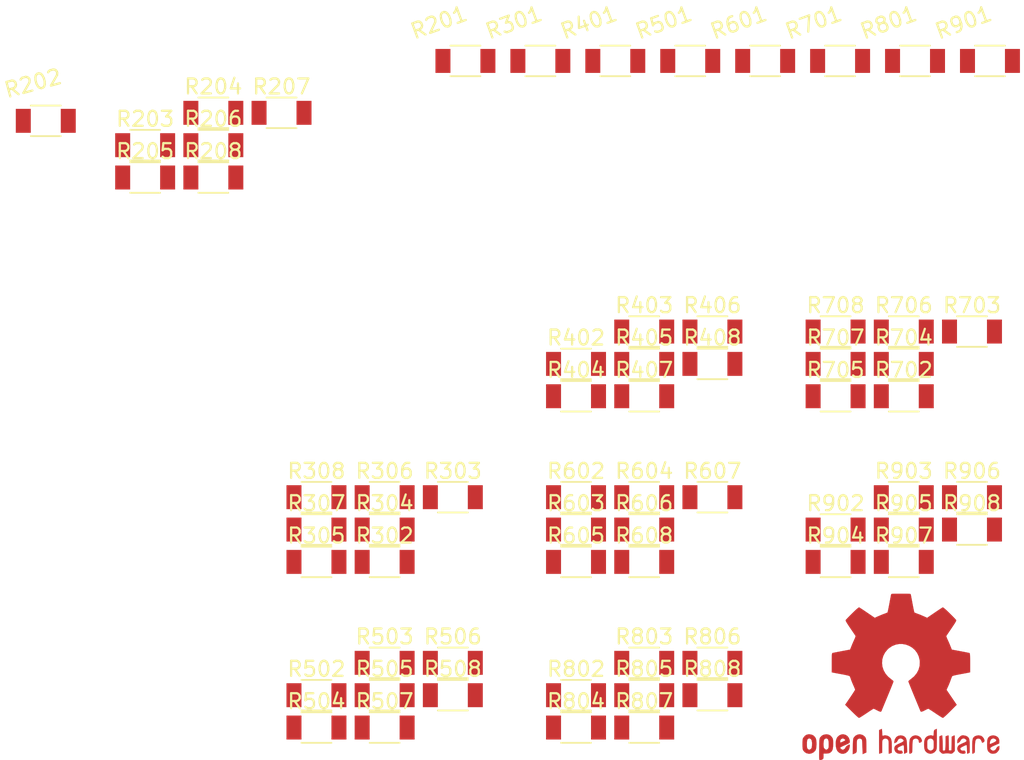
<source format=kicad_pcb>
(kicad_pcb (version 20211014) (generator pcbnew)
  (layers (0 "F.Cu" signal) (31 "B.Cu" signal) (34 "B.Paste" user) (35 "F.Paste" user) (36 "B.SilkS" user "B.Silkscreen") (37 "F.SilkS" user "F.Silkscreen") (38 "B.Mask" user) (39 "F.Mask" user) (44 "Edge.Cuts" user))
  (net 0 "")
  (footprint "Passives:R1206M" (layer "F.Cu") (at 100 30)
    (fp_text reference "R801" (at -1.768 -2.568 20 unlocked) (layer "F.SilkS"))
    (fp_text value "1k" hide)
    (pad "1" smd rect locked (at -1.5 0) (size 1 1.6) (layers "F.Cu" "F.Paste" "F.Mask"))
    (pad "2" smd rect locked (at 1.5 0) (size 1 1.6) (layers "F.Cu" "F.Paste" "F.Mask"))
  )
  (footprint "Passives:R1206M" (layer "F.Cu") (at 77.380001 59.130001)
    (fp_text reference "R602" (at 0 -1.75) (layer "F.SilkS"))
    (fp_text value "1k" hide)
    (pad "1" smd rect locked (at -1.5 0) (size 1 1.6) (layers "F.Cu" "F.Paste" "F.Mask"))
    (pad "2" smd rect locked (at 1.5 0) (size 1 1.6) (layers "F.Cu" "F.Paste" "F.Mask"))
  )
  (footprint "Passives:R1206M" (layer "F.Cu") (at 77.380001 61.290001)
    (fp_text reference "R603" (at 0 -1.75) (layer "F.SilkS"))
    (fp_text value "1k" hide)
    (pad "1" smd rect locked (at -1.5 0) (size 1 1.6) (layers "F.Cu" "F.Paste" "F.Mask"))
    (pad "2" smd rect locked (at 1.5 0) (size 1 1.6) (layers "F.Cu" "F.Paste" "F.Mask"))
  )
  (footprint "Passives:R1206M" (layer "F.Cu") (at 81.930001 59.130001)
    (fp_text reference "R604" (at 0 -1.75) (layer "F.SilkS"))
    (fp_text value "1k" hide)
    (pad "1" smd rect locked (at -1.5 0) (size 1 1.6) (layers "F.Cu" "F.Paste" "F.Mask"))
    (pad "2" smd rect locked (at 1.5 0) (size 1 1.6) (layers "F.Cu" "F.Paste" "F.Mask"))
  )
  (footprint "Passives:R1206M" (layer "F.Cu") (at 77.380001 63.450001)
    (fp_text reference "R605" (at 0 -1.75) (layer "F.SilkS"))
    (fp_text value "1k" hide)
    (pad "1" smd rect locked (at -1.5 0) (size 1 1.6) (layers "F.Cu" "F.Paste" "F.Mask"))
    (pad "2" smd rect locked (at 1.5 0) (size 1 1.6) (layers "F.Cu" "F.Paste" "F.Mask"))
  )
  (footprint "Passives:R1206M" (layer "F.Cu") (at 81.930001 61.290001)
    (fp_text reference "R606" (at 0 -1.75) (layer "F.SilkS"))
    (fp_text value "1k" hide)
    (pad "1" smd rect locked (at -1.5 0) (size 1 1.6) (layers "F.Cu" "F.Paste" "F.Mask"))
    (pad "2" smd rect locked (at 1.5 0) (size 1 1.6) (layers "F.Cu" "F.Paste" "F.Mask"))
  )
  (footprint "Passives:R1206M" (layer "F.Cu") (at 86.480001 59.130001)
    (fp_text reference "R607" (at 0 -1.75) (layer "F.SilkS"))
    (fp_text value "1k" hide)
    (pad "1" smd rect locked (at -1.5 0) (size 1 1.6) (layers "F.Cu" "F.Paste" "F.Mask"))
    (pad "2" smd rect locked (at 1.5 0) (size 1 1.6) (layers "F.Cu" "F.Paste" "F.Mask"))
  )
  (footprint "Passives:R1206M" (layer "F.Cu") (at 81.930001 63.450001)
    (fp_text reference "R608" (at 0 -1.75) (layer "F.SilkS"))
    (fp_text value "1k" hide)
    (pad "1" smd rect locked (at -1.5 0) (size 1 1.6) (layers "F.Cu" "F.Paste" "F.Mask"))
    (pad "2" smd rect locked (at 1.5 0) (size 1 1.6) (layers "F.Cu" "F.Paste" "F.Mask"))
  )
  (footprint "Passives:R1206M" (layer "F.Cu") (at 95 30)
    (fp_text reference "R701" (at -1.768 -2.568 20 unlocked) (layer "F.SilkS"))
    (fp_text value "1k" hide)
    (pad "1" smd rect locked (at -1.5 0) (size 1 1.6) (layers "F.Cu" "F.Paste" "F.Mask"))
    (pad "2" smd rect locked (at 1.5 0) (size 1 1.6) (layers "F.Cu" "F.Paste" "F.Mask"))
  )
  (footprint "Passives:R1206M" (layer "F.Cu") (at 99.250001 52.390001)
    (fp_text reference "R702" (at 0 -1.75) (layer "F.SilkS"))
    (fp_text value "1k" hide)
    (pad "1" smd rect locked (at -1.5 0) (size 1 1.6) (layers "F.Cu" "F.Paste" "F.Mask"))
    (pad "2" smd rect locked (at 1.5 0) (size 1 1.6) (layers "F.Cu" "F.Paste" "F.Mask"))
  )
  (footprint "Passives:R1206M" (layer "F.Cu") (at 103.800001 48.070001)
    (fp_text reference "R703" (at 0 -1.75) (layer "F.SilkS"))
    (fp_text value "1k" hide)
    (pad "1" smd rect locked (at -1.5 0) (size 1 1.6) (layers "F.Cu" "F.Paste" "F.Mask"))
    (pad "2" smd rect locked (at 1.5 0) (size 1 1.6) (layers "F.Cu" "F.Paste" "F.Mask"))
  )
  (footprint "Passives:R1206M" (layer "F.Cu") (at 99.250001 50.230001)
    (fp_text reference "R704" (at 0 -1.75) (layer "F.SilkS"))
    (fp_text value "1k" hide)
    (pad "1" smd rect locked (at -1.5 0) (size 1 1.6) (layers "F.Cu" "F.Paste" "F.Mask"))
    (pad "2" smd rect locked (at 1.5 0) (size 1 1.6) (layers "F.Cu" "F.Paste" "F.Mask"))
  )
  (footprint "Passives:R1206M" (layer "F.Cu") (at 94.700001 52.390001)
    (fp_text reference "R705" (at 0 -1.75) (layer "F.SilkS"))
    (fp_text value "1k" hide)
    (pad "1" smd rect locked (at -1.5 0) (size 1 1.6) (layers "F.Cu" "F.Paste" "F.Mask"))
    (pad "2" smd rect locked (at 1.5 0) (size 1 1.6) (layers "F.Cu" "F.Paste" "F.Mask"))
  )
  (footprint "Passives:R1206M" (layer "F.Cu") (at 99.250001 48.070001)
    (fp_text reference "R706" (at 0 -1.75) (layer "F.SilkS"))
    (fp_text value "1k" hide)
    (pad "1" smd rect locked (at -1.5 0) (size 1 1.6) (layers "F.Cu" "F.Paste" "F.Mask"))
    (pad "2" smd rect locked (at 1.5 0) (size 1 1.6) (layers "F.Cu" "F.Paste" "F.Mask"))
  )
  (footprint "Passives:R1206M" (layer "F.Cu") (at 94.700001 50.230001)
    (fp_text reference "R707" (at 0 -1.75) (layer "F.SilkS"))
    (fp_text value "1k" hide)
    (pad "1" smd rect locked (at -1.5 0) (size 1 1.6) (layers "F.Cu" "F.Paste" "F.Mask"))
    (pad "2" smd rect locked (at 1.5 0) (size 1 1.6) (layers "F.Cu" "F.Paste" "F.Mask"))
  )
  (footprint "Passives:R1206M" (layer "F.Cu") (at 94.700001 48.070001)
    (fp_text reference "R708" (at 0 -1.75) (layer "F.SilkS"))
    (fp_text value "1k" hide)
    (pad "1" smd rect locked (at -1.5 0) (size 1 1.6) (layers "F.Cu" "F.Paste" "F.Mask"))
    (pad "2" smd rect locked (at 1.5 0) (size 1 1.6) (layers "F.Cu" "F.Paste" "F.Mask"))
  )
  (footprint "Passives:R1206M" (layer "F.Cu") (at 90 30)
    (fp_text reference "R601" (at -1.768 -2.568 20 unlocked) (layer "F.SilkS"))
    (fp_text value "1k" hide)
    (pad "1" smd rect locked (at -1.5 0) (size 1 1.6) (layers "F.Cu" "F.Paste" "F.Mask"))
    (pad "2" smd rect locked (at 1.5 0) (size 1 1.6) (layers "F.Cu" "F.Paste" "F.Mask"))
  )
  (footprint "Passives:R1206M" (layer "F.Cu") (at 77.380001 72.350001)
    (fp_text reference "R802" (at 0 -1.75) (layer "F.SilkS"))
    (fp_text value "1k" hide)
    (pad "1" smd rect locked (at -1.5 0) (size 1 1.6) (layers "F.Cu" "F.Paste" "F.Mask"))
    (pad "2" smd rect locked (at 1.5 0) (size 1 1.6) (layers "F.Cu" "F.Paste" "F.Mask"))
  )
  (footprint "Passives:R1206M" (layer "F.Cu") (at 81.930001 70.190001)
    (fp_text reference "R803" (at 0 -1.75) (layer "F.SilkS"))
    (fp_text value "1k" hide)
    (pad "1" smd rect locked (at -1.5 0) (size 1 1.6) (layers "F.Cu" "F.Paste" "F.Mask"))
    (pad "2" smd rect locked (at 1.5 0) (size 1 1.6) (layers "F.Cu" "F.Paste" "F.Mask"))
  )
  (footprint "Passives:R1206M" (layer "F.Cu") (at 77.380001 74.510001)
    (fp_text reference "R804" (at 0 -1.75) (layer "F.SilkS"))
    (fp_text value "1k" hide)
    (pad "1" smd rect locked (at -1.5 0) (size 1 1.6) (layers "F.Cu" "F.Paste" "F.Mask"))
    (pad "2" smd rect locked (at 1.5 0) (size 1 1.6) (layers "F.Cu" "F.Paste" "F.Mask"))
  )
  (footprint "Passives:R1206M" (layer "F.Cu") (at 81.930001 72.350001)
    (fp_text reference "R805" (at 0 -1.75) (layer "F.SilkS"))
    (fp_text value "1k" hide)
    (pad "1" smd rect locked (at -1.5 0) (size 1 1.6) (layers "F.Cu" "F.Paste" "F.Mask"))
    (pad "2" smd rect locked (at 1.5 0) (size 1 1.6) (layers "F.Cu" "F.Paste" "F.Mask"))
  )
  (footprint "Passives:R1206M" (layer "F.Cu") (at 86.480001 70.190001)
    (fp_text reference "R806" (at 0 -1.75) (layer "F.SilkS"))
    (fp_text value "1k" hide)
    (pad "1" smd rect locked (at -1.5 0) (size 1 1.6) (layers "F.Cu" "F.Paste" "F.Mask"))
    (pad "2" smd rect locked (at 1.5 0) (size 1 1.6) (layers "F.Cu" "F.Paste" "F.Mask"))
  )
  (footprint "Passives:R1206M" (layer "F.Cu") (at 81.930001 74.510001)
    (fp_text reference "R807" (at 0 -1.75) (layer "F.SilkS"))
    (fp_text value "1k" hide)
    (pad "1" smd rect locked (at -1.5 0) (size 1 1.6) (layers "F.Cu" "F.Paste" "F.Mask"))
    (pad "2" smd rect locked (at 1.5 0) (size 1 1.6) (layers "F.Cu" "F.Paste" "F.Mask"))
  )
  (footprint "Passives:R1206M" (layer "F.Cu") (at 86.480001 72.350001)
    (fp_text reference "R808" (at 0 -1.75) (layer "F.SilkS"))
    (fp_text value "1k" hide)
    (pad "1" smd rect locked (at -1.5 0) (size 1 1.6) (layers "F.Cu" "F.Paste" "F.Mask"))
    (pad "2" smd rect locked (at 1.5 0) (size 1 1.6) (layers "F.Cu" "F.Paste" "F.Mask"))
  )
  (footprint "Passives:R1206M" (layer "F.Cu") (at 105 30)
    (fp_text reference "R901" (at -1.768 -2.568 20 unlocked) (layer "F.SilkS"))
    (fp_text value "1k" hide)
    (pad "1" smd rect locked (at -1.5 0) (size 1 1.6) (layers "F.Cu" "F.Paste" "F.Mask"))
    (pad "2" smd rect locked (at 1.5 0) (size 1 1.6) (layers "F.Cu" "F.Paste" "F.Mask"))
  )
  (footprint "Passives:R1206M" (layer "F.Cu") (at 94.700001 61.290001)
    (fp_text reference "R902" (at 0 -1.75) (layer "F.SilkS"))
    (fp_text value "1k" hide)
    (pad "1" smd rect locked (at -1.5 0) (size 1 1.6) (layers "F.Cu" "F.Paste" "F.Mask"))
    (pad "2" smd rect locked (at 1.5 0) (size 1 1.6) (layers "F.Cu" "F.Paste" "F.Mask"))
  )
  (footprint "Passives:R1206M" (layer "F.Cu") (at 99.250001 59.130001)
    (fp_text reference "R903" (at 0 -1.75) (layer "F.SilkS"))
    (fp_text value "1k" hide)
    (pad "1" smd rect locked (at -1.5 0) (size 1 1.6) (layers "F.Cu" "F.Paste" "F.Mask"))
    (pad "2" smd rect locked (at 1.5 0) (size 1 1.6) (layers "F.Cu" "F.Paste" "F.Mask"))
  )
  (footprint "Passives:R1206M" (layer "F.Cu") (at 94.700001 63.450001)
    (fp_text reference "R904" (at 0 -1.75) (layer "F.SilkS"))
    (fp_text value "1k" hide)
    (pad "1" smd rect locked (at -1.5 0) (size 1 1.6) (layers "F.Cu" "F.Paste" "F.Mask"))
    (pad "2" smd rect locked (at 1.5 0) (size 1 1.6) (layers "F.Cu" "F.Paste" "F.Mask"))
  )
  (footprint "Passives:R1206M" (layer "F.Cu") (at 99.250001 61.290001)
    (fp_text reference "R905" (at 0 -1.75) (layer "F.SilkS"))
    (fp_text value "1k" hide)
    (pad "1" smd rect locked (at -1.5 0) (size 1 1.6) (layers "F.Cu" "F.Paste" "F.Mask"))
    (pad "2" smd rect locked (at 1.5 0) (size 1 1.6) (layers "F.Cu" "F.Paste" "F.Mask"))
  )
  (footprint "Passives:R1206M" (layer "F.Cu") (at 103.800001 59.130001)
    (fp_text reference "R906" (at 0 -1.75) (layer "F.SilkS"))
    (fp_text value "1k" hide)
    (pad "1" smd rect locked (at -1.5 0) (size 1 1.6) (layers "F.Cu" "F.Paste" "F.Mask"))
    (pad "2" smd rect locked (at 1.5 0) (size 1 1.6) (layers "F.Cu" "F.Paste" "F.Mask"))
  )
  (footprint "Passives:R1206M" (layer "F.Cu") (at 99.250001 63.450001)
    (fp_text reference "R907" (at 0 -1.75) (layer "F.SilkS"))
    (fp_text value "1k" hide)
    (pad "1" smd rect locked (at -1.5 0) (size 1 1.6) (layers "F.Cu" "F.Paste" "F.Mask"))
    (pad "2" smd rect locked (at 1.5 0) (size 1 1.6) (layers "F.Cu" "F.Paste" "F.Mask"))
  )
  (footprint "Passives:R1206M" (layer "F.Cu") (at 103.800001 61.290001)
    (fp_text reference "R908" (at 0 -1.75) (layer "F.SilkS"))
    (fp_text value "1k" hide)
    (pad "1" smd rect locked (at -1.5 0) (size 1 1.6) (layers "F.Cu" "F.Paste" "F.Mask"))
    (pad "2" smd rect locked (at 1.5 0) (size 1 1.6) (layers "F.Cu" "F.Paste" "F.Mask"))
  )
  (footprint "Passives:R1206M" (layer "F.Cu") (at 80 30)
    (fp_text reference "R401" (at -1.768 -2.568 20 unlocked) (layer "F.SilkS"))
    (fp_text value "1k" hide)
    (pad "1" smd rect locked (at -1.5 0) (size 1 1.6) (layers "F.Cu" "F.Paste" "F.Mask"))
    (pad "2" smd rect locked (at 1.5 0) (size 1 1.6) (layers "F.Cu" "F.Paste" "F.Mask"))
  )
  (footprint "Passives:R1206M" (layer "F.Cu") (at 42 34)
    (fp_text reference "R202" (at -0.852 -2.504 15 unlocked) (layer "F.SilkS"))
    (fp_text value "1k" hide)
    (pad "1" smd rect locked (at -1.5 0) (size 1 1.6) (layers "F.Cu" "F.Paste" "F.Mask"))
    (pad "2" smd rect locked (at 1.5 0) (size 1 1.6) (layers "F.Cu" "F.Paste" "F.Mask"))
  )
  (footprint "Passives:R1206M" (layer "F.Cu") (at 48.630001 35.625001)
    (fp_text reference "R203" (at 0 -1.75) (layer "F.SilkS"))
    (fp_text value "1k" hide)
    (pad "1" smd rect locked (at -1.5 0) (size 1 1.6) (layers "F.Cu" "F.Paste" "F.Mask"))
    (pad "2" smd rect locked (at 1.5 0) (size 1 1.6) (layers "F.Cu" "F.Paste" "F.Mask"))
  )
  (footprint "Passives:R1206M" (layer "F.Cu") (at 53.180001 33.465001)
    (fp_text reference "R204" (at 0 -1.75) (layer "F.SilkS"))
    (fp_text value "1k" hide)
    (pad "1" smd rect locked (at -1.5 0) (size 1 1.6) (layers "F.Cu" "F.Paste" "F.Mask"))
    (pad "2" smd rect locked (at 1.5 0) (size 1 1.6) (layers "F.Cu" "F.Paste" "F.Mask"))
  )
  (footprint "Passives:R1206M" (layer "F.Cu") (at 48.630001 37.785001)
    (fp_text reference "R205" (at 0 -1.75) (layer "F.SilkS"))
    (fp_text value "1k" hide)
    (pad "1" smd rect locked (at -1.5 0) (size 1 1.6) (layers "F.Cu" "F.Paste" "F.Mask"))
    (pad "2" smd rect locked (at 1.5 0) (size 1 1.6) (layers "F.Cu" "F.Paste" "F.Mask"))
  )
  (footprint "Passives:R1206M" (layer "F.Cu") (at 53.180001 35.625001)
    (fp_text reference "R206" (at 0 -1.75) (layer "F.SilkS"))
    (fp_text value "1k" hide)
    (pad "1" smd rect locked (at -1.5 0) (size 1 1.6) (layers "F.Cu" "F.Paste" "F.Mask"))
    (pad "2" smd rect locked (at 1.5 0) (size 1 1.6) (layers "F.Cu" "F.Paste" "F.Mask"))
  )
  (footprint "Passives:R1206M" (layer "F.Cu") (at 57.730001 33.465001)
    (fp_text reference "R207" (at 0 -1.75) (layer "F.SilkS"))
    (fp_text value "1k" hide)
    (pad "1" smd rect locked (at -1.5 0) (size 1 1.6) (layers "F.Cu" "F.Paste" "F.Mask"))
    (pad "2" smd rect locked (at 1.5 0) (size 1 1.6) (layers "F.Cu" "F.Paste" "F.Mask"))
  )
  (footprint "Passives:R1206M" (layer "F.Cu") (at 53.180001 37.785001)
    (fp_text reference "R208" (at 0 -1.75) (layer "F.SilkS"))
    (fp_text value "1k" hide)
    (pad "1" smd rect locked (at -1.5 0) (size 1 1.6) (layers "F.Cu" "F.Paste" "F.Mask"))
    (pad "2" smd rect locked (at 1.5 0) (size 1 1.6) (layers "F.Cu" "F.Paste" "F.Mask"))
  )
  (footprint "Passives:R1206M" (layer "F.Cu") (at 75 30)
    (fp_text reference "R301" (at -1.768 -2.568 20 unlocked) (layer "F.SilkS"))
    (fp_text value "1k" hide)
    (pad "1" smd rect locked (at -1.5 0) (size 1 1.6) (layers "F.Cu" "F.Paste" "F.Mask"))
    (pad "2" smd rect locked (at 1.5 0) (size 1 1.6) (layers "F.Cu" "F.Paste" "F.Mask"))
  )
  (footprint "Passives:R1206M" (layer "F.Cu") (at 64.610001 63.450001)
    (fp_text reference "R302" (at 0 -1.75) (layer "F.SilkS"))
    (fp_text value "1k" hide)
    (pad "1" smd rect locked (at -1.5 0) (size 1 1.6) (layers "F.Cu" "F.Paste" "F.Mask"))
    (pad "2" smd rect locked (at 1.5 0) (size 1 1.6) (layers "F.Cu" "F.Paste" "F.Mask"))
  )
  (footprint "Passives:R1206M" (layer "F.Cu") (at 69.160001 59.130001)
    (fp_text reference "R303" (at 0 -1.75) (layer "F.SilkS"))
    (fp_text value "1k" hide)
    (pad "1" smd rect locked (at -1.5 0) (size 1 1.6) (layers "F.Cu" "F.Paste" "F.Mask"))
    (pad "2" smd rect locked (at 1.5 0) (size 1 1.6) (layers "F.Cu" "F.Paste" "F.Mask"))
  )
  (footprint "Passives:R1206M" (layer "F.Cu") (at 64.610001 61.290001)
    (fp_text reference "R304" (at 0 -1.75) (layer "F.SilkS"))
    (fp_text value "1k" hide)
    (pad "1" smd rect locked (at -1.5 0) (size 1 1.6) (layers "F.Cu" "F.Paste" "F.Mask"))
    (pad "2" smd rect locked (at 1.5 0) (size 1 1.6) (layers "F.Cu" "F.Paste" "F.Mask"))
  )
  (footprint "Passives:R1206M" (layer "F.Cu") (at 60.060001 63.450001)
    (fp_text reference "R305" (at 0 -1.75) (layer "F.SilkS"))
    (fp_text value "1k" hide)
    (pad "1" smd rect locked (at -1.5 0) (size 1 1.6) (layers "F.Cu" "F.Paste" "F.Mask"))
    (pad "2" smd rect locked (at 1.5 0) (size 1 1.6) (layers "F.Cu" "F.Paste" "F.Mask"))
  )
  (footprint "Passives:R1206M" (layer "F.Cu") (at 64.610001 59.130001)
    (fp_text reference "R306" (at 0 -1.75) (layer "F.SilkS"))
    (fp_text value "1k" hide)
    (pad "1" smd rect locked (at -1.5 0) (size 1 1.6) (layers "F.Cu" "F.Paste" "F.Mask"))
    (pad "2" smd rect locked (at 1.5 0) (size 1 1.6) (layers "F.Cu" "F.Paste" "F.Mask"))
  )
  (footprint "Passives:R1206M" (layer "F.Cu") (at 60.060001 61.290001)
    (fp_text reference "R307" (at 0 -1.75) (layer "F.SilkS"))
    (fp_text value "1k" hide)
    (pad "1" smd rect locked (at -1.5 0) (size 1 1.6) (layers "F.Cu" "F.Paste" "F.Mask"))
    (pad "2" smd rect locked (at 1.5 0) (size 1 1.6) (layers "F.Cu" "F.Paste" "F.Mask"))
  )
  (footprint "Passives:R1206M" (layer "F.Cu") (at 60.060001 59.130001)
    (fp_text reference "R308" (at 0 -1.75) (layer "F.SilkS"))
    (fp_text value "1k" hide)
    (pad "1" smd rect locked (at -1.5 0) (size 1 1.6) (layers "F.Cu" "F.Paste" "F.Mask"))
    (pad "2" smd rect locked (at 1.5 0) (size 1 1.6) (layers "F.Cu" "F.Paste" "F.Mask"))
  )
  (footprint "Passives:R1206M" (layer "F.Cu") (at 70 30)
    (fp_text reference "R201" (at -1.768 -2.568 20 unlocked) (layer "F.SilkS"))
    (fp_text value "1k" hide)
    (pad "1" smd rect locked (at -1.5 0) (size 1 1.6) (layers "F.Cu" "F.Paste" "F.Mask"))
    (pad "2" smd rect locked (at 1.5 0) (size 1 1.6) (layers "F.Cu" "F.Paste" "F.Mask"))
  )
  (footprint "Passives:R1206M" (layer "F.Cu") (at 77.380001 50.230001)
    (fp_text reference "R402" (at 0 -1.75) (layer "F.SilkS"))
    (fp_text value "1k" hide)
    (pad "1" smd rect locked (at -1.5 0) (size 1 1.6) (layers "F.Cu" "F.Paste" "F.Mask"))
    (pad "2" smd rect locked (at 1.5 0) (size 1 1.6) (layers "F.Cu" "F.Paste" "F.Mask"))
  )
  (footprint "Passives:R1206M" (layer "F.Cu") (at 81.930001 48.070001)
    (fp_text reference "R403" (at 0 -1.75) (layer "F.SilkS"))
    (fp_text value "1k" hide)
    (pad "1" smd rect locked (at -1.5 0) (size 1 1.6) (layers "F.Cu" "F.Paste" "F.Mask"))
    (pad "2" smd rect locked (at 1.5 0) (size 1 1.6) (layers "F.Cu" "F.Paste" "F.Mask"))
  )
  (footprint "Passives:R1206M" (layer "F.Cu") (at 77.380001 52.390001)
    (fp_text reference "R404" (at 0 -1.75) (layer "F.SilkS"))
    (fp_text value "1k" hide)
    (pad "1" smd rect locked (at -1.5 0) (size 1 1.6) (layers "F.Cu" "F.Paste" "F.Mask"))
    (pad "2" smd rect locked (at 1.5 0) (size 1 1.6) (layers "F.Cu" "F.Paste" "F.Mask"))
  )
  (footprint "Passives:R1206M" (layer "F.Cu") (at 81.930001 50.230001)
    (fp_text reference "R405" (at 0 -1.75) (layer "F.SilkS"))
    (fp_text value "1k" hide)
    (pad "1" smd rect locked (at -1.5 0) (size 1 1.6) (layers "F.Cu" "F.Paste" "F.Mask"))
    (pad "2" smd rect locked (at 1.5 0) (size 1 1.6) (layers "F.Cu" "F.Paste" "F.Mask"))
  )
  (footprint "Passives:R1206M" (layer "F.Cu") (at 86.480001 48.070001)
    (fp_text reference "R406" (at 0 -1.75) (layer "F.SilkS"))
    (fp_text value "1k" hide)
    (pad "1" smd rect locked (at -1.5 0) (size 1 1.6) (layers "F.Cu" "F.Paste" "F.Mask"))
    (pad "2" smd rect locked (at 1.5 0) (size 1 1.6) (layers "F.Cu" "F.Paste" "F.Mask"))
  )
  (footprint "Passives:R1206M" (layer "F.Cu") (at 81.930001 52.390001)
    (fp_text reference "R407" (at 0 -1.75) (layer "F.SilkS"))
    (fp_text value "1k" hide)
    (pad "1" smd rect locked (at -1.5 0) (size 1 1.6) (layers "F.Cu" "F.Paste" "F.Mask"))
    (pad "2" smd rect locked (at 1.5 0) (size 1 1.6) (layers "F.Cu" "F.Paste" "F.Mask"))
  )
  (footprint "Passives:R1206M" (layer "F.Cu") (at 86.480001 50.230001)
    (fp_text reference "R408" (at 0 -1.75) (layer "F.SilkS"))
    (fp_text value "1k" hide)
    (pad "1" smd rect locked (at -1.5 0) (size 1 1.6) (layers "F.Cu" "F.Paste" "F.Mask"))
    (pad "2" smd rect locked (at 1.5 0) (size 1 1.6) (layers "F.Cu" "F.Paste" "F.Mask"))
  )
  (footprint "Passives:R1206M" (layer "F.Cu") (at 85 30)
    (fp_text reference "R501" (at -1.768 -2.568 20 unlocked) (layer "F.SilkS"))
    (fp_text value "1k" hide)
    (pad "1" smd rect locked (at -1.5 0) (size 1 1.6) (layers "F.Cu" "F.Paste" "F.Mask"))
    (pad "2" smd rect locked (at 1.5 0) (size 1 1.6) (layers "F.Cu" "F.Paste" "F.Mask"))
  )
  (footprint "Passives:R1206M" (layer "F.Cu") (at 60.060001 72.350001)
    (fp_text reference "R502" (at 0 -1.75) (layer "F.SilkS"))
    (fp_text value "1k" hide)
    (pad "1" smd rect locked (at -1.5 0) (size 1 1.6) (layers "F.Cu" "F.Paste" "F.Mask"))
    (pad "2" smd rect locked (at 1.5 0) (size 1 1.6) (layers "F.Cu" "F.Paste" "F.Mask"))
  )
  (footprint "Passives:R1206M" (layer "F.Cu") (at 64.610001 70.190001)
    (fp_text reference "R503" (at 0 -1.75) (layer "F.SilkS"))
    (fp_text value "1k" hide)
    (pad "1" smd rect locked (at -1.5 0) (size 1 1.6) (layers "F.Cu" "F.Paste" "F.Mask"))
    (pad "2" smd rect locked (at 1.5 0) (size 1 1.6) (layers "F.Cu" "F.Paste" "F.Mask"))
  )
  (footprint "Passives:R1206M" (layer "F.Cu") (at 60.060001 74.510001)
    (fp_text reference "R504" (at 0 -1.75) (layer "F.SilkS"))
    (fp_text value "1k" hide)
    (pad "1" smd rect locked (at -1.5 0) (size 1 1.6) (layers "F.Cu" "F.Paste" "F.Mask"))
    (pad "2" smd rect locked (at 1.5 0) (size 1 1.6) (layers "F.Cu" "F.Paste" "F.Mask"))
  )
  (footprint "Passives:R1206M" (layer "F.Cu") (at 64.610001 72.350001)
    (fp_text reference "R505" (at 0 -1.75) (layer "F.SilkS"))
    (fp_text value "1k" hide)
    (pad "1" smd rect locked (at -1.5 0) (size 1 1.6) (layers "F.Cu" "F.Paste" "F.Mask"))
    (pad "2" smd rect locked (at 1.5 0) (size 1 1.6) (layers "F.Cu" "F.Paste" "F.Mask"))
  )
  (footprint "Passives:R1206M" (layer "F.Cu") (at 69.160001 70.190001)
    (fp_text reference "R506" (at 0 -1.75) (layer "F.SilkS"))
    (fp_text value "1k" hide)
    (pad "1" smd rect locked (at -1.5 0) (size 1 1.6) (layers "F.Cu" "F.Paste" "F.Mask"))
    (pad "2" smd rect locked (at 1.5 0) (size 1 1.6) (layers "F.Cu" "F.Paste" "F.Mask"))
  )
  (footprint "Passives:R1206M" (layer "F.Cu") (at 64.610001 74.510001)
    (fp_text reference "R507" (at 0 -1.75) (layer "F.SilkS"))
    (fp_text value "1k" hide)
    (pad "1" smd rect locked (at -1.5 0) (size 1 1.6) (layers "F.Cu" "F.Paste" "F.Mask"))
    (pad "2" smd rect locked (at 1.5 0) (size 1 1.6) (layers "F.Cu" "F.Paste" "F.Mask"))
  )
  (footprint "Passives:R1206M" (layer "F.Cu") (at 69.160001 72.350001)
    (fp_text reference "R508" (at 0 -1.75) (layer "F.SilkS"))
    (fp_text value "1k" hide)
    (pad "1" smd rect locked (at -1.5 0) (size 1 1.6) (layers "F.Cu" "F.Paste" "F.Mask"))
    (pad "2" smd rect locked (at 1.5 0) (size 1 1.6) (layers "F.Cu" "F.Paste" "F.Mask"))
  )
  (footprint "Symbol:OSHW-Logo2_14.6x12mm_Copper" (layer "F.Cu") (at 99.06 71.12)
    (fp_text reference "REF**" hide)
    (fp_text value "OSHW-Logo2_14.6x12mm_Copper" hide)
    (fp_poly (pts (xy -4.8281 3.861903) (xy -4.71655 3.917522) (xy -4.618092 4.019931) (xy -4.590977 4.057864) (xy -4.561438 4.1075) (xy -4.542272 4.161412) (xy -4.531307 4.233364) (xy -4.526371 4.337122) (xy -4.525287 4.474101) (xy -4.530182 4.661815) (xy -4.547196 4.802758) (xy -4.579823 4.907908) (xy -4.631558 4.988243) (xy -4.705896 5.054741) (xy -4.711358 5.058678) (xy -4.78462 5.098953) (xy -4.87284 5.11888) (xy -4.985038 5.123793) (xy -5.167433 5.123793) (xy -5.167509 5.300857) (xy -5.169207 5.39947) (xy -5.17955 5.457314) (xy -5.206578 5.492006) (xy -5.258332 5.521164) (xy -5.270761 5.527121) (xy -5.328923 5.555039) (xy -5.373956 5.572672) (xy -5.407441 5.574194) (xy -5.430962 5.553781) (xy -5.4461 5.505607) (xy -5.454437 5.423846) (xy -5.457556 5.302672) (xy -5.45704 5.13626) (xy -5.454471 4.918785) (xy -5.453668 4.853736) (xy -5.450778 4.629502) (xy -5.448188 4.482821) (xy -5.167586 4.482821) (xy -5.166009 4.607326) (xy -5.159 4.688787) (xy -5.143142 4.742515) (xy -5.115019 4.783823) (xy -5.095925 4.803971) (xy -5.017865 4.862921) (xy -4.948753 4.86772) (xy -4.87744 4.819038) (xy -4.875632 4.817241) (xy -4.846617 4.779618) (xy -4.828967 4.728484) (xy -4.820064 4.649738) (xy -4.817291 4.529276) (xy -4.817241 4.502588) (xy -4.823942 4.336583) (xy -4.845752 4.221505) (xy -4.885235 4.151254) (xy -4.944956 4.119729) (xy -4.979472 4.116552) (xy -5.061389 4.13146) (xy -5.117579 4.180548) (xy -5.151402 4.270362) (xy -5.16622 4.407445) (xy -5.167586 4.482821) (xy -5.448188 4.482821) (xy -5.447713 4.455952) (xy -5.443753 4.325382) (xy -5.438174 4.230087) (xy -5.430254 4.162364) (xy -5.419269 4.114507) (xy -5.404499 4.078813) (xy -5.385218 4.047578) (xy -5.376951 4.035824) (xy -5.267288 3.924797) (xy -5.128635 3.861847) (xy -4.968246 3.844297) (xy -4.8281 3.861903)) (layer "F.Cu") (width 0.01) (fill solid))
    (fp_poly (pts (xy 6.343439 3.95654) (xy 6.45895 4.032034) (xy 6.514664 4.099617) (xy 6.558804 4.222255) (xy 6.562309 4.319298) (xy 6.554368 4.449056) (xy 6.255115 4.580039) (xy 6.109611 4.646958) (xy 6.014537 4.70079) (xy 5.965101 4.747416) (xy 5.956511 4.79272) (xy 5.983972 4.842582) (xy 6.014253 4.875632) (xy 6.102363 4.928633) (xy 6.198196 4.932347) (xy 6.286212 4.891041) (xy 6.350869 4.808983) (xy 6.362433 4.780008) (xy 6.417825 4.689509) (xy 6.481553 4.65094) (xy 6.568966 4.617946) (xy 6.568966 4.743034) (xy 6.561238 4.828156) (xy 6.530966 4.899938) (xy 6.467518 4.982356) (xy 6.458088 4.993066) (xy 6.387513 5.066391) (xy 6.326847 5.105742) (xy 6.25095 5.123845) (xy 6.18803 5.129774) (xy 6.075487 5.131251) (xy 5.99537 5.112535) (xy 5.94539 5.084747) (xy 5.866838 5.023641) (xy 5.812463 4.957554) (xy 5.778052 4.874441) (xy 5.759388 4.762254) (xy 5.752256 4.608946) (xy 5.751687 4.531136) (xy 5.753622 4.437853) (xy 5.929899 4.437853) (xy 5.931944 4.487896) (xy 5.937039 4.496092) (xy 5.970666 4.484958) (xy 6.04303 4.455493) (xy 6.139747 4.413601) (xy 6.159973 4.404597) (xy 6.282203 4.342442) (xy 6.349547 4.287815) (xy 6.364348 4.236649) (xy 6.328947 4.184876) (xy 6.299711 4.162) (xy 6.194216 4.11625) (xy 6.095476 4.123808) (xy 6.012812 4.179651) (xy 5.955548 4.278753) (xy 5.937188 4.357414) (xy 5.929899 4.437853) (xy 5.753622 4.437853) (xy 5.755459 4.349351) (xy 5.769359 4.214853) (xy 5.796894 4.116916) (xy 5.841572 4.044811) (xy 5.906901 3.987813) (xy 5.935383 3.969393) (xy 6.064763 3.921422) (xy 6.206412 3.918403) (xy 6.343439 3.95654)) (layer "F.Cu") (width 0.01) (fill solid))
    (fp_poly (pts (xy 5.33569 3.940018) (xy 5.370585 3.955269) (xy 5.453877 4.021235) (xy 5.525103 4.116618) (xy 5.569153 4.218406) (xy 5.576322 4.268587) (xy 5.552285 4.338647) (xy 5.499561 4.375717) (xy 5.443031 4.398164) (xy 5.417146 4.4023) (xy 5.404542 4.372283) (xy 5.379654 4.306961) (xy 5.368735 4.277445) (xy 5.307508 4.175348) (xy 5.218861 4.124423) (xy 5.105193 4.125989) (xy 5.096774 4.127994) (xy 5.036088 4.156767) (xy 4.991474 4.212859) (xy 4.961002 4.303163) (xy 4.942744 4.434571) (xy 4.934771 4.613974) (xy 4.934023 4.709433) (xy 4.933652 4.859913) (xy 4.931223 4.962495) (xy 4.92476 5.027672) (xy 4.912288 5.065938) (xy 4.891833 5.087785) (xy 4.861419 5.103707) (xy 4.859661 5.104509) (xy 4.801091 5.129272) (xy 4.772075 5.138391) (xy 4.767616 5.110822) (xy 4.763799 5.03462) (xy 4.760899 4.919541) (xy 4.759191 4.775341) (xy 4.758851 4.669814) (xy 4.760588 4.465613) (xy 4.767382 4.310697) (xy 4.781607 4.196024) (xy 4.805638 4.112551) (xy 4.841848 4.051236) (xy 4.892612 4.003034) (xy 4.942739 3.969393) (xy 5.063275 3.924619) (xy 5.203557 3.914521) (xy 5.33569 3.940018)) (layer "F.Cu") (width 0.01) (fill solid))
    (fp_poly (pts (xy 0.209014 -5.547002) (xy 0.367006 -5.546137) (xy 0.481347 -5.543795) (xy 0.559407 -5.539238) (xy 0.608554 -5.53173) (xy 0.636159 -5.520534) (xy 0.649592 -5.504912) (xy 0.656221 -5.484127) (xy 0.656865 -5.481437) (xy 0.666935 -5.432887) (xy 0.685575 -5.337095) (xy 0.710845 -5.204257) (xy 0.740807 -5.044569) (xy 0.773522 -4.868226) (xy 0.774664 -4.862033) (xy 0.807433 -4.689218) (xy 0.838093 -4.536531) (xy 0.864664 -4.413129) (xy 0.885167 -4.328169) (xy 0.897626 -4.29081) (xy 0.89822 -4.290148) (xy 0.934919 -4.271905) (xy 1.010586 -4.241503) (xy 1.108878 -4.205507) (xy 1.109425 -4.205315) (xy 1.233233 -4.158778) (xy 1.379196 -4.099496) (xy 1.516781 -4.039891) (xy 1.523293 -4.036944) (xy 1.74739 -3.935235) (xy 2.243619 -4.274103) (xy 2.395846 -4.377408) (xy 2.533741 -4.469763) (xy 2.649315 -4.545916) (xy 2.734579 -4.600615) (xy 2.781544 -4.628607) (xy 2.786004 -4.630683) (xy 2.820134 -4.62144) (xy 2.883881 -4.576844) (xy 2.979731 -4.494791) (xy 3.110169 -4.373179) (xy 3.243328 -4.243795) (xy 3.371694 -4.116298) (xy 3.486581 -3.999954) (xy 3.581073 -3.901948) (xy 3.648253 -3.829464) (xy 3.681206 -3.789687) (xy 3.682432 -3.787639) (xy 3.686074 -3.760344) (xy 3.67235 -3.715766) (xy 3.637869 -3.647888) (xy 3.579239 -3.550689) (xy 3.49307 -3.418149) (xy 3.3782 -3.247524) (xy 3.276254 -3.097345) (xy 3.185123 -2.96265) (xy 3.110073 -2.85126) (xy 3.056369 -2.770995) (xy 3.02928 -2.729675) (xy 3.027574 -2.72687) (xy 3.030882 -2.687279) (xy 3.055953 -2.610331) (xy 3.097798 -2.510568) (xy 3.112712 -2.478709) (xy 3.177786 -2.336774) (xy 3.247212 -2.175727) (xy 3.303609 -2.036379) (xy 3.344247 -1.932956) (xy 3.376526 -1.854358) (xy 3.395178 -1.81328) (xy 3.397497 -1.810115) (xy 3.431803 -1.804872) (xy 3.512669 -1.790506) (xy 3.629343 -1.769063) (xy 3.771075 -1.742587) (xy 3.92711 -1.713123) (xy 4.086698 -1.682717) (xy 4.239085 -1.653412) (xy 4.373521 -1.627255) (xy 4.479252 -1.60629) (xy 4.545526 -1.592561) (xy 4.561782 -1.58868) (xy 4.578573 -1.5791) (xy 4.591249 -1.557464) (xy 4.600378 -1.516469) (xy 4.606531 -1.448811) (xy 4.61028 -1.347188) (xy 4.612192 -1.204297) (xy 4.61284 -1.012835) (xy 4.612874 -0.934355) (xy 4.612874 -0.296094) (xy 4.459598 -0.26584) (xy 4.374322 -0.249436) (xy 4.24707 -0.225491) (xy 4.093315 -0.196893) (xy 3.928534 -0.166533) (xy 3.882989 -0.158194) (xy 3.730932 -0.12863) (xy 3.598468 -0.099558) (xy 3.496714 -0.073671) (xy 3.436788 -0.053663) (xy 3.426805 -0.047699) (xy 3.402293 -0.005466) (xy 3.367148 0.07637) (xy 3.328173 0.181683) (xy 3.320442 0.204368) (xy 3.26936 0.345018) (xy 3.205954 0.503714) (xy 3.143904 0.646225) (xy 3.143598 0.646886) (xy 3.040267 0.87044) (xy 3.719961 1.870232) (xy 3.283621 2.3073) (xy 3.151649 2.437381) (xy 3.031279 2.552048) (xy 2.929273 2.645181) (xy 2.852391 2.710658) (xy 2.807393 2.742357) (xy 2.800938 2.744368) (xy 2.76304 2.728529) (xy 2.685708 2.684496) (xy 2.577389 2.61749) (xy 2.446532 2.532734) (xy 2.305052 2.437816) (xy 2.161461 2.340998) (xy 2.033435 2.256751) (xy 1.929105 2.190258) (xy 1.8566 2.146702) (xy 1.824158 2.131264) (xy 1.784576 2.144328) (xy 1.709519 2.17875) (xy 1.614468 2.22738) (xy 1.604392 2.232785) (xy 1.476391 2.29698) (xy 1.388618 2.328463) (xy 1.334028 2.328798) (xy 1.305575 2.299548) (xy 1.30541 2.299138) (xy 1.291188 2.264498) (xy 1.257269 2.182269) (xy 1.206284 2.058814) (xy 1.140862 1.900498) (xy 1.063634 1.713686) (xy 0.977229 1.504742) (xy 0.893551 1.302446) (xy 0.801588 1.0792) (xy 0.71715 0.872392) (xy 0.642769 0.688362) (xy 0.580974 0.533451) (xy 0.534297 0.413996) (xy 0.505268 0.336339) (xy 0.496322 0.307356) (xy 0.518756 0.27411) (xy 0.577439 0.221123) (xy 0.655689 0.162704) (xy 0.878534 -0.022048) (xy 1.052718 -0.233818) (xy 1.176154 -0.468144) (xy 1.246754 -0.720566) (xy 1.262431 -0.986623) (xy 1.251036 -1.109425) (xy 1.18895 -1.364207) (xy 1.082023 -1.589199) (xy 0.936889 -1.782183) (xy 0.760178 -1.940939) (xy 0.558522 -2.06325) (xy 0.338554 -2.146895) (xy 0.106906 -2.189656) (xy -0.129791 -2.189313) (xy -0.364905 -2.143648) (xy -0.591804 -2.050441) (xy -0.803856 -1.907473) (xy -0.892364 -1.826617) (xy -1.062111 -1.618993) (xy -1.180301 -1.392105) (xy -1.247722 -1.152567) (xy -1.26516 -0.906993) (xy -1.233402 -0.661997) (xy -1.153235 -0.424192) (xy -1.025445 -0.200193) (xy -0.85082 0.003387) (xy -0.655688 0.162704) (xy -0.574409 0.223602) (xy -0.516991 0.276015) (xy -0.496322 0.307406) (xy -0.507144 0.341639) (xy -0.537923 0.423419) (xy -0.586126 0.546407) (xy -0.649222 0.704263) (xy -0.724678 0.890649) (xy -0.809962 1.099226) (xy -0.893781 1.302496) (xy -0.986255 1.525933) (xy -1.071911 1.732984) (xy -1.148118 1.917286) (xy -1.212247 2.072475) (xy -1.261668 2.192188) (xy -1.293752 2.270061) (xy -1.305641 2.299138) (xy -1.333726 2.328677) (xy -1.388051 2.328591) (xy -1.475605 2.297326) (xy -1.603381 2.233329) (xy -1.604392 2.232785) (xy -1.700598 2.183121) (xy -1.778369 2.146945) (xy -1.822223 2.131408) (xy -1.824158 2.131264) (xy -1.857171 2.147024) (xy -1.930054 2.19085) (xy -2.034678 2.257557) (xy -2.16291 2.341964) (xy -2.305052 2.437816) (xy -2.449767 2.534867) (xy -2.580196 2.61927) (xy -2.68789 2.685801) (xy -2.764402 2.729238) (xy -2.800938 2.744368) (xy -2.834582 2.724482) (xy -2.902224 2.668903) (xy -2.997107 2.583754) (xy -3.11247 2.475153) (xy -3.241555 2.349221) (xy -3.283771 2.307149) (xy -3.720261 1.869931) (xy -3.388023 1.38234) (xy -3.287054 1.232605) (xy -3.198438 1.09822) (xy -3.127146 0.986969) (xy -3.07815 0.906639) (xy -3.056422 0.865014) (xy -3.055785 0.862053) (xy -3.06724 0.822818) (xy -3.098051 0.743895) (xy -3.142884 0.638509) (xy -3.174353 0.567954) (xy -3.233192 0.432876) (xy -3.288604 0.296409) (xy -3.331564 0.181103) (xy -3.343234 0.145977) (xy -3.376389 0.052174) (xy -3.408799 -0.020306) (xy -3.426601 -0.047699) (xy -3.465886 -0.064464) (xy -3.551626 -0.08823) (xy -3.672697 -0.116303) (xy -3.817973 -0.145991) (xy -3.882988 -0.158194) (xy -4.048087 -0.188532) (xy -4.206448 -0.217907) (xy -4.342596 -0.243431) (xy -4.441057 -0.262215) (xy -4.459598 -0.26584) (xy -4.612873 -0.296094) (xy -4.612873 -0.934355) (xy -4.612529 -1.14423) (xy -4.611116 -1.30302) (xy -4.608064 -1.418027) (xy -4.602803 -1.496554) (xy -4.594763 -1.545904) (xy -4.583373 -1.573381) (xy -4.568063 -1.586287) (xy -4.561782 -1.58868) (xy -4.523896 -1.597167) (xy -4.440195 -1.6141) (xy -4.321433 -1.637434) (xy -4.178361 -1.665125) (xy -4.021732 -1.695127) (xy -3.862297 -1.725396) (xy -3.710809 -1.753885) (xy -3.578019 -1.778551) (xy -3.474681 -1.797349) (xy -3.411545 -1.808233) (xy -3.397497 -1.810115) (xy -3.38477 -1.835296) (xy -3.3566 -1.902378) (xy -3.318252 -1.998667) (xy -3.303609 -2.036379) (xy -3.244548 -2.182079) (xy -3.175 -2.343049) (xy -3.112712 -2.478709) (xy -3.066879 -2.582439) (xy -3.036387 -2.667674) (xy -3.026208 -2.719874) (xy -3.027831 -2.72687) (xy -3.049343 -2.759898) (xy -3.098465 -2.833357) (xy -3.169923 -2.939423) (xy -3.258445 -3.070274) (xy -3.358759 -3.218088) (xy -3.378594 -3.247266) (xy -3.494988 -3.420137) (xy -3.580548 -3.551774) (xy -3.638684 -3.648239) (xy -3.672808 -3.715592) (xy -3.686331 -3.759894) (xy -3.682664 -3.787206) (xy -3.68257 -3.78738) (xy -3.653707 -3.823254) (xy -3.589867 -3.892609) (xy -3.497969 -3.988255) (xy -3.384933 -4.103001) (xy -3.257679 -4.229659) (xy -3.243328 -4.243795) (xy -3.082957 -4.399097) (xy -2.959195 -4.51313) (xy -2.869555 -4.587998) (xy -2.811552 -4.625804) (xy -2.786004 -4.630683) (xy -2.748718 -4.609397) (xy -2.671343 -4.560227) (xy -2.561867 -4.488425) (xy -2.42828 -4.399245) (xy -2.27857 -4.297937) (xy -2.243618 -4.274103) (xy -1.74739 -3.935235) (xy -1.523293 -4.036944) (xy -1.387011 -4.096217) (xy -1.240724 -4.15583) (xy -1.114965 -4.20336) (xy -1.109425 -4.205315) (xy -1.011057 -4.241323) (xy -0.935229 -4.271771) (xy -0.898282 -4.290095) (xy -0.89822 -4.290148) (xy -0.886496 -4.323271) (xy -0.866568 -4.404733) (xy -0.840413 -4.525375) (xy -0.81001 -4.676041) (xy -0.777337 -4.847572) (xy -0.774664 -4.862033) (xy -0.74189 -5.038765) (xy -0.711802 -5.19919) (xy -0.686339 -5.333112) (xy -0.667441 -5.430337) (xy -0.657047 -5.480668) (xy -0.656865 -5.481437) (xy -0.650539 -5.502847) (xy -0.638239 -5.519012) (xy -0.612594 -5.530669) (xy -0.566235 -5.538555) (xy -0.491792 -5.543407) (xy -0.381895 -5.545961) (xy -0.229175 -5.546955) (xy -0.026262 -5.547126) (xy 0 -5.547126) (xy 0.209014 -5.547002)) (layer "F.Cu") (width 0.01) (fill solid))
    (fp_poly (pts (xy -1.255402 3.723857) (xy -1.246846 3.843188) (xy -1.237019 3.913506) (xy -1.223401 3.944179) (xy -1.203473 3.944571) (xy -1.197011 3.94091) (xy -1.11106 3.914398) (xy -0.999255 3.915946) (xy -0.885586 3.943199) (xy -0.81449 3.978455) (xy -0.741595 4.034778) (xy -0.688307 4.098519) (xy -0.651725 4.17951) (xy -0.62895 4.287586) (xy -0.617081 4.43258) (xy -0.613218 4.624326) (xy -0.613149 4.661109) (xy -0.613103 5.074288) (xy -0.705046 5.106339) (xy -0.770348 5.128144) (xy -0.806176 5.138297) (xy -0.80723 5.138391) (xy -0.810758 5.11086) (xy -0.813761 5.034923) (xy -0.81601 4.920565) (xy -0.817276 4.777769) (xy -0.817471 4.690951) (xy -0.817877 4.519773) (xy -0.819968 4.397088) (xy -0.825053 4.313) (xy -0.83444 4.257614) (xy -0.849439 4.221032) (xy -0.871358 4.193359) (xy -0.885043 4.180032) (xy -0.979051 4.126328) (xy -1.081636 4.122307) (xy -1.17471 4.167725) (xy -1.191922 4.184123) (xy -1.217168 4.214957) (xy -1.23468 4.251531) (xy -1.245858 4.304415) (xy -1.252104 4.384177) (xy -1.254818 4.501385) (xy -1.255402 4.662991) (xy -1.255402 5.074288) (xy -1.347345 5.106339) (xy -1.412647 5.128144) (xy -1.448475 5.138297) (xy -1.449529 5.138391) (xy -1.452225 5.110448) (xy -1.454655 5.03163) (xy -1.456722 4.909453) (xy -1.458329 4.751432) (xy -1.459377 4.565083) (xy -1.459769 4.35792) (xy -1.45977 4.348706) (xy -1.45977 3.55902) (xy -1.364885 3.518997) (xy -1.27 3.478973) (xy -1.255402 3.723857)) (layer "F.Cu") (width 0.01) (fill solid))
    (fp_poly (pts (xy 4.314406 3.935156) (xy 4.398469 3.973393) (xy 4.46445 4.019726) (xy 4.512794 4.071532) (xy 4.546172 4.138363) (xy 4.567253 4.229769) (xy 4.578707 4.355301) (xy 4.583203 4.524508) (xy 4.583678 4.635933) (xy 4.583678 5.070627) (xy 4.509316 5.104509) (xy 4.450746 5.129272) (xy 4.42173 5.138391) (xy 4.416179 5.111257) (xy 4.411775 5.038094) (xy 4.409078 4.931263) (xy 4.408506 4.846437) (xy 4.406046 4.723887) (xy 4.399412 4.626668) (xy 4.389726 4.567134) (xy 4.382032 4.554483) (xy 4.330311 4.567402) (xy 4.249117 4.600539) (xy 4.155102 4.645461) (xy 4.064917 4.693735) (xy 3.995215 4.736928) (xy 3.962648 4.766608) (xy 3.962519 4.766929) (xy 3.96532 4.821857) (xy 3.990439 4.874292) (xy 4.034541 4.916881) (xy 4.098909 4.931126) (xy 4.153921 4.929466) (xy 4.231835 4.928245) (xy 4.272732 4.946498) (xy 4.297295 4.994726) (xy 4.300392 5.00382) (xy 4.31104 5.072598) (xy 4.282565 5.11436) (xy 4.208344 5.134263) (xy 4.128168 5.137944) (xy 3.98389 5.110658) (xy 3.909203 5.07169) (xy 3.816963 4.980148) (xy 3.768043 4.867782) (xy 3.763654 4.749051) (xy 3.805001 4.638411) (xy 3.867197 4.56908) (xy 3.929294 4.530265) (xy 4.026895 4.481125) (xy 4.140632 4.431292) (xy 4.15959 4.423677) (xy 4.284521 4.368545) (xy 4.356539 4.319954) (xy 4.3797 4.271647) (xy 4.358064 4.21737) (xy 4.32092 4.174943) (xy 4.233127 4.122702) (xy 4.13653 4.118784) (xy 4.047944 4.159041) (xy 3.984186 4.239326) (xy 3.975817 4.26004) (xy 3.927096 4.336225) (xy 3.855965 4.392785) (xy 3.766207 4.439201) (xy 3.766207 4.307584) (xy 3.77149 4.227168) (xy 3.794142 4.163786) (xy 3.844367 4.096163) (xy 3.892582 4.044076) (xy 3.967554 3.970322) (xy 4.025806 3.930702) (xy 4.088372 3.91481) (xy 4.159193 3.912184) (xy 4.314406 3.935156)) (layer "F.Cu") (width 0.01) (fill solid))
    (fp_poly (pts (xy 1.065943 3.92192) (xy 1.198565 3.970859) (xy 1.30601 4.057419) (xy 1.348032 4.118352) (xy 1.393843 4.230161) (xy 1.392891 4.311006) (xy 1.344808 4.365378) (xy 1.327017 4.374624) (xy 1.250204 4.40345) (xy 1.210976 4.396065) (xy 1.197689 4.347658) (xy 1.197012 4.32092) (xy 1.172686 4.222548) (xy 1.109281 4.153734) (xy 1.021154 4.120498) (xy 0.922663 4.128861) (xy 0.842602 4.172296) (xy 0.815561 4.197072) (xy 0.796394 4.227129) (xy 0.783446 4.272565) (xy 0.775064 4.343476) (xy 0.769593 4.44996) (xy 0.765378 4.602112) (xy 0.764287 4.650287) (xy 0.760307 4.815095) (xy 0.755781 4.931088) (xy 0.748995 5.007833) (xy 0.738231 5.054893) (xy 0.721773 5.081835) (xy 0.697906 5.098223) (xy 0.682626 5.105463) (xy 0.617733 5.13022) (xy 0.579534 5.138391) (xy 0.566912 5.111103) (xy 0.559208 5.028603) (xy 0.55638 4.889941) (xy 0.558386 4.694162) (xy 0.559011 4.663965) (xy 0.563421 4.485349) (xy 0.568635 4.354923) (xy 0.576055 4.262492) (xy 0.587082 4.197858) (xy 0.603117 4.150825) (xy 0.625561 4.111196) (xy 0.637302 4.094215) (xy 0.704619 4.01908) (xy 0.77991 3.960638) (xy 0.789128 3.955536) (xy 0.924133 3.91526) (xy 1.065943 3.92192)) (layer "F.Cu") (width 0.01) (fill solid))
    (fp_poly (pts (xy 0.079944 3.92436) (xy 0.194343 3.966842) (xy 0.195652 3.967658) (xy 0.266403 4.01973) (xy 0.318636 4.080584) (xy 0.355371 4.159887) (xy 0.379634 4.267309) (xy 0.394445 4.412517) (xy 0.402829 4.605179) (xy 0.403564 4.632628) (xy 0.41412 5.046521) (xy 0.325291 5.092456) (xy 0.261018 5.123498) (xy 0.22221 5.138206) (xy 0.220415 5.138391) (xy 0.2137 5.11125) (xy 0.208365 5.038041) (xy 0.205083 4.931081) (xy 0.204368 4.844469) (xy 0.204351 4.704162) (xy 0.197937 4.616051) (xy 0.17558 4.574025) (xy 0.127732 4.571975) (xy 0.044849 4.60379) (xy -0.080287 4.662272) (xy -0.172303 4.710845) (xy -0.219629 4.752986) (xy -0.233542 4.798916) (xy -0.233563 4.801189) (xy -0.210605 4.880311) (xy -0.14263 4.923055) (xy -0.038602 4.929246) (xy 0.03633 4.928172) (xy 0.075839 4.949753) (xy 0.100478 5.001591) (xy 0.114659 5.067632) (xy 0.094223 5.105104) (xy 0.086528 5.110467) (xy 0.014083 5.132006) (xy -0.087367 5.135055) (xy -0.191843 5.120778) (xy -0.265875 5.094688) (xy -0.368228 5.007785) (xy -0.426409 4.886816) (xy -0.437931 4.792308) (xy -0.429138 4.707062) (xy -0.39732 4.637476) (xy -0.334316 4.575672) (xy -0.231969 4.513772) (xy -0.082118 4.443897) (xy -0.072988 4.439948) (xy 0.061997 4.377588) (xy 0.145294 4.326446) (xy 0.180997 4.280488) (xy 0.173203 4.233683) (xy 0.126007 4.179998) (xy 0.111894 4.167644) (xy 0.017359 4.119741) (xy -0.080594 4.121758) (xy -0.165903 4.168724) (xy -0.222504 4.255669) (xy -0.227763 4.272734) (xy -0.278977 4.355504) (xy -0.343963 4.395372) (xy -0.437931 4.434882) (xy -0.437931 4.332658) (xy -0.409347 4.184072) (xy -0.324505 4.047784) (xy -0.280355 4.002191) (xy -0.179995 3.943674) (xy -0.052365 3.917184) (xy 0.079944 3.92436)) (layer "F.Cu") (width 0.01) (fill solid))
    (fp_poly (pts (xy -5.951779 3.866015) (xy -5.814939 3.937968) (xy -5.713949 4.053766) (xy -5.678075 4.128213) (xy -5.650161 4.239992) (xy -5.635871 4.381227) (xy -5.634516 4.535371) (xy -5.645405 4.685879) (xy -5.667847 4.816205) (xy -5.70115 4.909803) (xy -5.711385 4.925922) (xy -5.832618 5.046249) (xy -5.976613 5.118317) (xy -6.132861 5.139408) (xy -6.290852 5.106802) (xy -6.33482 5.087253) (xy -6.420444 5.027012) (xy -6.495592 4.947135) (xy -6.502694 4.937004) (xy -6.531561 4.888181) (xy -6.550643 4.83599) (xy -6.561916 4.767285) (xy -6.567355 4.668918) (xy -6.568938 4.527744) (xy -6.568965 4.496092) (xy -6.568893 4.486019) (xy -6.277011 4.486019) (xy -6.275313 4.619256) (xy -6.268628 4.707674) (xy -6.254575 4.764785) (xy -6.230771 4.804102) (xy -6.218621 4.817241) (xy -6.148764 4.867172) (xy -6.080941 4.864895) (xy -6.012365 4.821584) (xy -5.971465 4.775346) (xy -5.947242 4.707857) (xy -5.933639 4.601433) (xy -5.932706 4.58902) (xy -5.930384 4.396147) (xy -5.95465 4.2529) (xy -6.005176 4.16016) (xy -6.081632 4.118807) (xy -6.108924 4.116552) (xy -6.180589 4.127893) (xy -6.22961 4.167184) (xy -6.259582 4.242326) (xy -6.274101 4.361222) (xy -6.277011 4.486019) (xy -6.568893 4.486019) (xy -6.567878 4.345659) (xy -6.563312 4.240549) (xy -6.553312 4.167714) (xy -6.535921 4.114108) (xy -6.509184 4.066681) (xy -6.503276 4.057864) (xy -6.403968 3.939007) (xy -6.295758 3.870008) (xy -6.164019 3.842619) (xy -6.119283 3.841281) (xy -5.951779 3.866015)) (layer "F.Cu") (width 0.01) (fill solid))
    (fp_poly (pts (xy -3.684448 3.884676) (xy -3.569342 3.962111) (xy -3.480389 4.073949) (xy -3.427251 4.216265) (xy -3.416503 4.321015) (xy -3.417724 4.364726) (xy -3.427944 4.398194) (xy -3.456039 4.428179) (xy -3.510884 4.46144) (xy -3.601355 4.504738) (xy -3.736328 4.564833) (xy -3.737011 4.565134) (xy -3.861249 4.622037) (xy -3.963127 4.672565) (xy -4.032233 4.71128) (xy -4.058154 4.73274) (xy -4.058161 4.732913) (xy -4.035315 4.779644) (xy -3.981891 4.831154) (xy -3.920558 4.868261) (xy -3.889485 4.875632) (xy -3.804711 4.850138) (xy -3.731707 4.786291) (xy -3.696087 4.716094) (xy -3.66182 4.664343) (xy -3.594697 4.605409) (xy -3.515792 4.554496) (xy -3.446179 4.526809) (xy -3.431623 4.525287) (xy -3.415237 4.550321) (xy -3.41425 4.614311) (xy -3.426292 4.700593) (xy -3.448993 4.792501) (xy -3.479986 4.873369) (xy -3.481552 4.876509) (xy -3.574819 5.006734) (xy -3.695696 5.095311) (xy -3.832973 5.138786) (xy -3.97544 5.133706) (xy -4.111888 5.076616) (xy -4.117955 5.072602) (xy -4.22529 4.975326) (xy -4.295868 4.848409) (xy -4.334926 4.681526) (xy -4.340168 4.634639) (xy -4.349452 4.413329) (xy -4.338322 4.310124) (xy -4.058161 4.310124) (xy -4.054521 4.374503) (xy -4.034611 4.393291) (xy -3.984974 4.379235) (xy -3.906733 4.346009) (xy -3.819274 4.304359) (xy -3.817101 4.303256) (xy -3.74297 4.264265) (xy -3.713219 4.238244) (xy -3.720555 4.210965) (xy -3.751447 4.175121) (xy -3.83004 4.123251) (xy -3.914677 4.119439) (xy -3.990597 4.157189) (xy -4.043035 4.230001) (xy -4.058161 4.310124) (xy -4.338322 4.310124) (xy -4.330356 4.236261) (xy -4.281366 4.095829) (xy -4.213164 3.997447) (xy -4.090065 3.89803) (xy -3.954472 3.848711) (xy -3.816045 3.845568) (xy -3.684448 3.884676)) (layer "F.Cu") (width 0.01) (fill solid))
    (fp_poly (pts (xy 2.393914 4.154455) (xy 2.393543 4.372661) (xy 2.392108 4.540519) (xy 2.389002 4.66607) (xy 2.383622 4.757355) (xy 2.375362 4.822415) (xy 2.363616 4.869291) (xy 2.347781 4.906024) (xy 2.33579 4.926991) (xy 2.23649 5.040694) (xy 2.110588 5.111965) (xy 1.971291 5.137538) (xy 1.831805 5.11415) (xy 1.748743 5.072119) (xy 1.661545 4.999411) (xy 1.602117 4.910612) (xy 1.566261 4.79432) (xy 1.549781 4.639135) (xy 1.547447 4.525287) (xy 1.547761 4.517106) (xy 1.751724 4.517106) (xy 1.75297 4.647657) (xy 1.758678 4.73408) (xy 1.771804 4.790618) (xy 1.795306 4.831514) (xy 1.823386 4.862362) (xy 1.917688 4.921905) (xy 2.01894 4.926992) (xy 2.114636 4.877279) (xy 2.122084 4.870543) (xy 2.153874 4.835502) (xy 2.173808 4.793811) (xy 2.1846 4.731762) (xy 2.188965 4.635644) (xy 2.189655 4.529379) (xy 2.188159 4.39588) (xy 2.181964 4.306822) (xy 2.168514 4.248293) (xy 2.145251 4.206382) (xy 2.126175 4.184123) (xy 2.037563 4.127985) (xy 1.935508 4.121235) (xy 1.838095 4.164114) (xy 1.819296 4.180032) (xy 1.787293 4.215382) (xy 1.767318 4.257502) (xy 1.756593 4.320251) (xy 1.752339 4.417487) (xy 1.751724 4.517106) (xy 1.547761 4.517106) (xy 1.554504 4.341947) (xy 1.578472 4.204195) (xy 1.623548 4.100632) (xy 1.693928 4.019856) (xy 1.748743 3.978455) (xy 1.848376 3.933728) (xy 1.963855 3.912967) (xy 2.071199 3.918525) (xy 2.131264 3.940943) (xy 2.154835 3.947323) (xy 2.170477 3.923535) (xy 2.181395 3.859788) (xy 2.189655 3.762687) (xy 2.198699 3.654541) (xy 2.211261 3.589475) (xy 2.234119 3.552268) (xy 2.274051 3.527699) (xy 2.299138 3.516819) (xy 2.394023 3.477072) (xy 2.393914 4.154455)) (layer "F.Cu") (width 0.01) (fill solid))
    (fp_poly (pts (xy 3.580124 3.93984) (xy 3.584579 4.016653) (xy 3.588071 4.133391) (xy 3.590315 4.280821) (xy 3.591035 4.435455) (xy 3.591035 4.958727) (xy 3.498645 5.051117) (xy 3.434978 5.108047) (xy 3.379089 5.131107) (xy 3.302702 5.129647) (xy 3.27238 5.125934) (xy 3.17761 5.115126) (xy 3.099222 5.108933) (xy 3.080115 5.108361) (xy 3.015699 5.112102) (xy 2.923571 5.121494) (xy 2.88785 5.125934) (xy 2.800114 5.132801) (xy 2.741153 5.117885) (xy 2.68269 5.071835) (xy 2.661585 5.051117) (xy 2.569195 4.958727) (xy 2.569195 3.979947) (xy 2.643558 3.946066) (xy 2.70759 3.92097) (xy 2.745052 3.912184) (xy 2.754657 3.93995) (xy 2.763635 4.01753) (xy 2.771386 4.136348) (xy 2.777314 4.287828) (xy 2.780173 4.415805) (xy 2.788161 4.919425) (xy 2.857848 4.929278) (xy 2.921229 4.922389) (xy 2.952286 4.900083) (xy 2.960967 4.858379) (xy 2.968378 4.769544) (xy 2.973931 4.644834) (xy 2.977036 4.495507) (xy 2.977484 4.418661) (xy 2.977931 3.976287) (xy 3.069874 3.944235) (xy 3.134949 3.922443) (xy 3.170347 3.912281) (xy 3.171368 3.912184) (xy 3.17492 3.939809) (xy 3.178823 4.016411) (xy 3.182751 4.132579) (xy 3.186376 4.278904) (xy 3.188908 4.415805) (xy 3.196897 4.919425) (xy 3.372069 4.919425) (xy 3.380107 4.459965) (xy 3.388146 4.000505) (xy 3.473543 3.956344) (xy 3.536593 3.926019) (xy 3.57391 3.912258) (xy 3.574987 3.912184) (xy 3.580124 3.93984)) (layer "F.Cu") (width 0.01) (fill solid))
    (fp_poly (pts (xy -2.582571 3.877719) (xy -2.488877 3.931914) (xy -2.423736 3.985707) (xy -2.376093 4.042066) (xy -2.343272 4.110987) (xy -2.322594 4.202468) (xy -2.31138 4.326506) (xy -2.306951 4.493098) (xy -2.306437 4.612851) (xy -2.306437 5.053659) (xy -2.430517 5.109283) (xy -2.554598 5.164907) (xy -2.569195 4.682095) (xy -2.575227 4.501779) (xy -2.581555 4.370901) (xy -2.589394 4.280511) (xy -2.599963 4.221664) (xy -2.614477 4.185413) (xy -2.634152 4.16281) (xy -2.640465 4.157917) (xy -2.736112 4.119706) (xy -2.832793 4.134827) (xy -2.890345 4.174943) (xy -2.913755 4.20337) (xy -2.929961 4.240672) (xy -2.940259 4.297223) (xy -2.945951 4.383394) (xy -2.948336 4.509558) (xy -2.948736 4.641042) (xy -2.948814 4.805999) (xy -2.951639 4.922761) (xy -2.961093 5.00151) (xy -2.98106 5.052431) (xy -3.015424 5.085706) (xy -3.068068 5.11152) (xy -3.138383 5.138344) (xy -3.21518 5.167542) (xy -3.206038 4.649346) (xy -3.202357 4.462539) (xy -3.19805 4.32449) (xy -3.191877 4.225568) (xy -3.182598 4.156145) (xy -3.168973 4.10659) (xy -3.149761 4.067273) (xy -3.126598 4.032584) (xy -3.014848 3.92177) (xy -2.878487 3.857689) (xy -2.730175 3.842339) (xy -2.582571 3.877719)) (layer "F.Cu") (width 0.01) (fill solid))
  )
)
</source>
